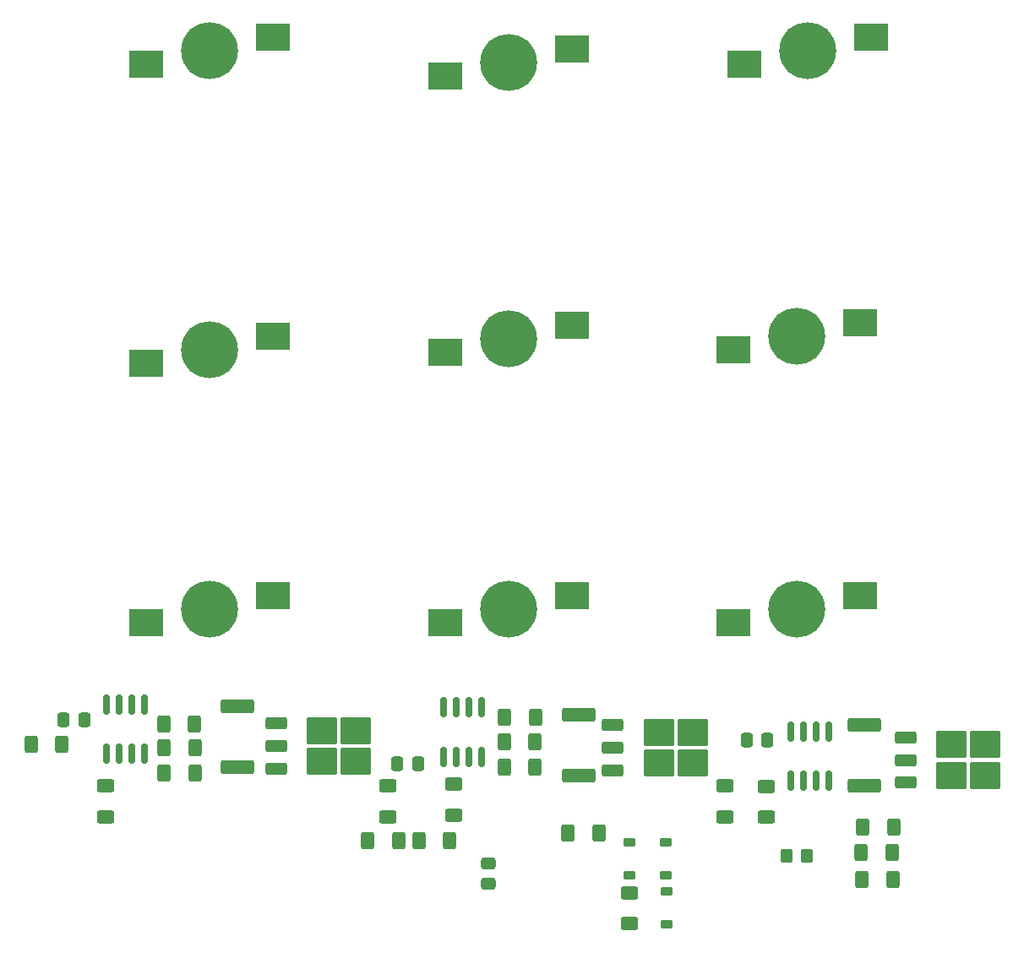
<source format=gbr>
%TF.GenerationSoftware,KiCad,Pcbnew,7.0.11+dfsg-1build4*%
%TF.CreationDate,2025-01-13T22:22:21-06:00*%
%TF.ProjectId,LEDpanel,4c454470-616e-4656-9c2e-6b696361645f,rev?*%
%TF.SameCoordinates,Original*%
%TF.FileFunction,Paste,Top*%
%TF.FilePolarity,Positive*%
%FSLAX46Y46*%
G04 Gerber Fmt 4.6, Leading zero omitted, Abs format (unit mm)*
G04 Created by KiCad (PCBNEW 7.0.11+dfsg-1build4) date 2025-01-13 22:22:21*
%MOMM*%
%LPD*%
G01*
G04 APERTURE LIST*
G04 Aperture macros list*
%AMRoundRect*
0 Rectangle with rounded corners*
0 $1 Rounding radius*
0 $2 $3 $4 $5 $6 $7 $8 $9 X,Y pos of 4 corners*
0 Add a 4 corners polygon primitive as box body*
4,1,4,$2,$3,$4,$5,$6,$7,$8,$9,$2,$3,0*
0 Add four circle primitives for the rounded corners*
1,1,$1+$1,$2,$3*
1,1,$1+$1,$4,$5*
1,1,$1+$1,$6,$7*
1,1,$1+$1,$8,$9*
0 Add four rect primitives between the rounded corners*
20,1,$1+$1,$2,$3,$4,$5,0*
20,1,$1+$1,$4,$5,$6,$7,0*
20,1,$1+$1,$6,$7,$8,$9,0*
20,1,$1+$1,$8,$9,$2,$3,0*%
G04 Aperture macros list end*
%ADD10RoundRect,0.250000X-0.400000X-0.625000X0.400000X-0.625000X0.400000X0.625000X-0.400000X0.625000X0*%
%ADD11RoundRect,0.225000X-0.375000X0.225000X-0.375000X-0.225000X0.375000X-0.225000X0.375000X0.225000X0*%
%ADD12RoundRect,0.250000X-0.625000X0.400000X-0.625000X-0.400000X0.625000X-0.400000X0.625000X0.400000X0*%
%ADD13RoundRect,0.150000X-0.150000X0.825000X-0.150000X-0.825000X0.150000X-0.825000X0.150000X0.825000X0*%
%ADD14RoundRect,0.250000X0.625000X-0.400000X0.625000X0.400000X-0.625000X0.400000X-0.625000X-0.400000X0*%
%ADD15RoundRect,0.250000X0.337500X0.475000X-0.337500X0.475000X-0.337500X-0.475000X0.337500X-0.475000X0*%
%ADD16RoundRect,0.250000X-0.475000X0.337500X-0.475000X-0.337500X0.475000X-0.337500X0.475000X0.337500X0*%
%ADD17R,3.500000X2.700000*%
%ADD18C,5.700000*%
%ADD19RoundRect,0.250000X-0.350000X-0.450000X0.350000X-0.450000X0.350000X0.450000X-0.350000X0.450000X0*%
%ADD20RoundRect,0.250000X-0.850000X-0.350000X0.850000X-0.350000X0.850000X0.350000X-0.850000X0.350000X0*%
%ADD21RoundRect,0.250000X-1.275000X-1.125000X1.275000X-1.125000X1.275000X1.125000X-1.275000X1.125000X0*%
%ADD22RoundRect,0.225000X0.375000X-0.225000X0.375000X0.225000X-0.375000X0.225000X-0.375000X-0.225000X0*%
%ADD23RoundRect,0.249999X1.425001X-0.450001X1.425001X0.450001X-1.425001X0.450001X-1.425001X-0.450001X0*%
G04 APERTURE END LIST*
D10*
%TO.C,R9*%
X74570000Y-106840000D03*
X77670000Y-106840000D03*
%TD*%
%TO.C,R8*%
X74570000Y-104280000D03*
X77670000Y-104280000D03*
%TD*%
D11*
%TO.C,D2*%
X87080000Y-114330000D03*
X87080000Y-117630000D03*
%TD*%
D12*
%TO.C,R5*%
X87070000Y-119400000D03*
X87070000Y-122500000D03*
%TD*%
D10*
%TO.C,R3*%
X40470000Y-104890000D03*
X43570000Y-104890000D03*
%TD*%
%TO.C,R4*%
X40440000Y-102460000D03*
X43540000Y-102460000D03*
%TD*%
D13*
%TO.C,U2*%
X107070000Y-103210000D03*
X105800000Y-103210000D03*
X104530000Y-103210000D03*
X103260000Y-103210000D03*
X103260000Y-108160000D03*
X104530000Y-108160000D03*
X105800000Y-108160000D03*
X107070000Y-108160000D03*
%TD*%
D10*
%TO.C,R18*%
X66000000Y-114130000D03*
X69100000Y-114130000D03*
%TD*%
%TO.C,R12*%
X110340000Y-115350000D03*
X113440000Y-115350000D03*
%TD*%
D14*
%TO.C,R21*%
X96710000Y-111780000D03*
X96710000Y-108680000D03*
%TD*%
D10*
%TO.C,R22*%
X80950000Y-113380000D03*
X84050000Y-113380000D03*
%TD*%
D13*
%TO.C,U1*%
X38485000Y-100535000D03*
X37215000Y-100535000D03*
X35945000Y-100535000D03*
X34675000Y-100535000D03*
X34675000Y-105485000D03*
X35945000Y-105485000D03*
X37215000Y-105485000D03*
X38485000Y-105485000D03*
%TD*%
D15*
%TO.C,C4*%
X32490000Y-102020000D03*
X30415000Y-102020000D03*
%TD*%
D16*
%TO.C,C1*%
X72970000Y-116422500D03*
X72970000Y-118497500D03*
%TD*%
D17*
%TO.C,D5*%
X38650000Y-66350000D03*
X51350000Y-63650000D03*
D18*
X45000000Y-65000000D03*
%TD*%
D10*
%TO.C,R7*%
X74590000Y-101770000D03*
X77690000Y-101770000D03*
%TD*%
D19*
%TO.C,R6*%
X102850000Y-115670000D03*
X104850000Y-115670000D03*
%TD*%
D20*
%TO.C,Q1*%
X51700000Y-102420000D03*
X51700000Y-104700000D03*
D21*
X56325000Y-103175000D03*
X56325000Y-106225000D03*
X59675000Y-103175000D03*
X59675000Y-106225000D03*
D20*
X51700000Y-106980000D03*
%TD*%
D17*
%TO.C,D6*%
X38650000Y-36350000D03*
X51350000Y-33650000D03*
D18*
X45000000Y-35000000D03*
%TD*%
D14*
%TO.C,R17*%
X100820000Y-111830000D03*
X100820000Y-108730000D03*
%TD*%
%TO.C,R15*%
X34590000Y-111790000D03*
X34590000Y-108690000D03*
%TD*%
D17*
%TO.C,D1*%
X38650000Y-92350000D03*
X51350000Y-89650000D03*
D18*
X45000000Y-91000000D03*
%TD*%
D20*
%TO.C,Q2*%
X85450000Y-102550000D03*
X85450000Y-104830000D03*
D21*
X90075000Y-103305000D03*
X90075000Y-106355000D03*
X93425000Y-103305000D03*
X93425000Y-106355000D03*
D20*
X85450000Y-107110000D03*
%TD*%
D10*
%TO.C,R23*%
X60880000Y-114150000D03*
X63980000Y-114150000D03*
%TD*%
D17*
%TO.C,D12*%
X97500000Y-92350000D03*
X110200000Y-89650000D03*
D18*
X103850000Y-91000000D03*
%TD*%
D17*
%TO.C,D11*%
X97500000Y-65000000D03*
X110200000Y-62300000D03*
D18*
X103850000Y-63650000D03*
%TD*%
D14*
%TO.C,R20*%
X62870000Y-111780000D03*
X62870000Y-108680000D03*
%TD*%
D17*
%TO.C,D10*%
X98650000Y-36350000D03*
X111350000Y-33650000D03*
D18*
X105000000Y-35000000D03*
%TD*%
D13*
%TO.C,U3*%
X72325000Y-100805000D03*
X71055000Y-100805000D03*
X69785000Y-100805000D03*
X68515000Y-100805000D03*
X68515000Y-105755000D03*
X69785000Y-105755000D03*
X71055000Y-105755000D03*
X72325000Y-105755000D03*
%TD*%
D17*
%TO.C,D7*%
X68650000Y-37500000D03*
X81350000Y-34800000D03*
D18*
X75000000Y-36150000D03*
%TD*%
D22*
%TO.C,D3*%
X90760000Y-117630000D03*
X90760000Y-114330000D03*
%TD*%
%TO.C,D4*%
X90810000Y-122570000D03*
X90810000Y-119270000D03*
%TD*%
D17*
%TO.C,D8*%
X68650000Y-65200000D03*
X81350000Y-62500000D03*
D18*
X75000000Y-63850000D03*
%TD*%
D10*
%TO.C,R13*%
X110390000Y-118020000D03*
X113490000Y-118020000D03*
%TD*%
D14*
%TO.C,R16*%
X69530000Y-111610000D03*
X69530000Y-108510000D03*
%TD*%
D10*
%TO.C,R2*%
X40470000Y-107350000D03*
X43570000Y-107350000D03*
%TD*%
D23*
%TO.C,R10*%
X82030000Y-107650000D03*
X82030000Y-101550000D03*
%TD*%
D17*
%TO.C,D9*%
X68650000Y-92350000D03*
X81350000Y-89650000D03*
D18*
X75000000Y-91000000D03*
%TD*%
D10*
%TO.C,R19*%
X27130000Y-104490000D03*
X30230000Y-104490000D03*
%TD*%
D23*
%TO.C,R1*%
X47790000Y-106780000D03*
X47790000Y-100680000D03*
%TD*%
D15*
%TO.C,C3*%
X100935000Y-104130000D03*
X98860000Y-104130000D03*
%TD*%
D10*
%TO.C,R11*%
X110490000Y-112810000D03*
X113590000Y-112810000D03*
%TD*%
D15*
%TO.C,C2*%
X65907500Y-106420000D03*
X63832500Y-106420000D03*
%TD*%
D23*
%TO.C,R14*%
X110690000Y-108700000D03*
X110690000Y-102600000D03*
%TD*%
D20*
%TO.C,Q3*%
X114760000Y-103800000D03*
X114760000Y-106080000D03*
D21*
X119385000Y-104555000D03*
X119385000Y-107605000D03*
X122735000Y-104555000D03*
X122735000Y-107605000D03*
D20*
X114760000Y-108360000D03*
%TD*%
M02*

</source>
